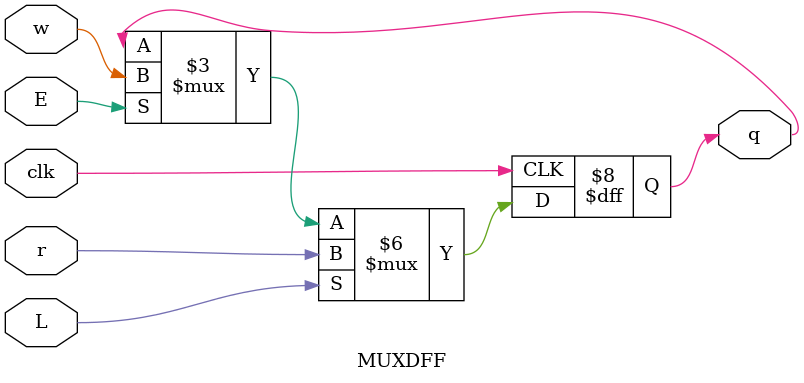
<source format=v>
module top_module (
    input [3:0] SW,
    input [3:0] KEY,
    output [3:0] LEDR
); //
    MUXDFF dff0 (KEY[0], KEY[1], KEY[2], KEY[3], SW[3], LEDR[3]);
    MUXDFF dff1 (KEY[0], KEY[1], KEY[2], LEDR[3], SW[2], LEDR[2]);
    MUXDFF dff2 (KEY[0], KEY[1], KEY[2], LEDR[2], SW[1], LEDR[1]);
    MUXDFF dff3 (KEY[0], KEY[1], KEY[2], LEDR[1], SW[0], LEDR[0]);

endmodule

module MUXDFF (
    input clk,
    input E,
    input L,
    input w,
    input r,
    output q
);
    always @(posedge clk) begin
        if (L)
            q<= r;
        else if (E)
            q <= w;
        else
            q <= q;
    end
endmodule
</source>
